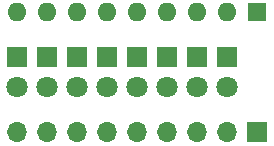
<source format=gbr>
%TF.GenerationSoftware,KiCad,Pcbnew,7.0.2*%
%TF.CreationDate,2023-05-13T14:05:58-05:00*%
%TF.ProjectId,BreadboardLEDArray,42726561-6462-46f6-9172-644c45444172,0*%
%TF.SameCoordinates,Original*%
%TF.FileFunction,Soldermask,Top*%
%TF.FilePolarity,Negative*%
%FSLAX46Y46*%
G04 Gerber Fmt 4.6, Leading zero omitted, Abs format (unit mm)*
G04 Created by KiCad (PCBNEW 7.0.2) date 2023-05-13 14:05:58*
%MOMM*%
%LPD*%
G01*
G04 APERTURE LIST*
%ADD10R,1.800000X1.800000*%
%ADD11C,1.800000*%
%ADD12R,1.600000X1.600000*%
%ADD13O,1.600000X1.600000*%
%ADD14R,1.700000X1.700000*%
%ADD15O,1.700000X1.700000*%
G04 APERTURE END LIST*
D10*
%TO.C,D1*%
X168910000Y-114935000D03*
D11*
X168910000Y-117475000D03*
%TD*%
D12*
%TO.C,RN1*%
X171450000Y-111125000D03*
D13*
X168910000Y-111125000D03*
X166370000Y-111125000D03*
X163830000Y-111125000D03*
X161290000Y-111125000D03*
X158750000Y-111125000D03*
X156210000Y-111125000D03*
X153670000Y-111125000D03*
X151130000Y-111125000D03*
%TD*%
D10*
%TO.C,D8*%
X151130000Y-114935000D03*
D11*
X151130000Y-117475000D03*
%TD*%
D14*
%TO.C,J1*%
X171450000Y-121285000D03*
D15*
X168910000Y-121285000D03*
X166370000Y-121285000D03*
X163830000Y-121285000D03*
X161290000Y-121285000D03*
X158750000Y-121285000D03*
X156210000Y-121285000D03*
X153670000Y-121285000D03*
X151130000Y-121285000D03*
%TD*%
D10*
%TO.C,D6*%
X156210000Y-114935000D03*
D11*
X156210000Y-117475000D03*
%TD*%
D10*
%TO.C,D3*%
X163830000Y-114935000D03*
D11*
X163830000Y-117475000D03*
%TD*%
D10*
%TO.C,D5*%
X158750000Y-114935000D03*
D11*
X158750000Y-117475000D03*
%TD*%
D10*
%TO.C,D4*%
X161290000Y-114935000D03*
D11*
X161290000Y-117475000D03*
%TD*%
D10*
%TO.C,D2*%
X166370000Y-114935000D03*
D11*
X166370000Y-117475000D03*
%TD*%
D10*
%TO.C,D7*%
X153670000Y-114935000D03*
D11*
X153670000Y-117475000D03*
%TD*%
M02*

</source>
